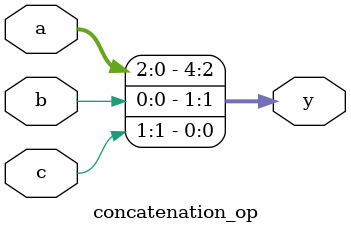
<source format=v>
`timescale 1ns / 1ps


module concatenation_op(input [2:0]a,b,c,output [4:0]y);
assign y={a,b[0],c[1]};
endmodule

</source>
